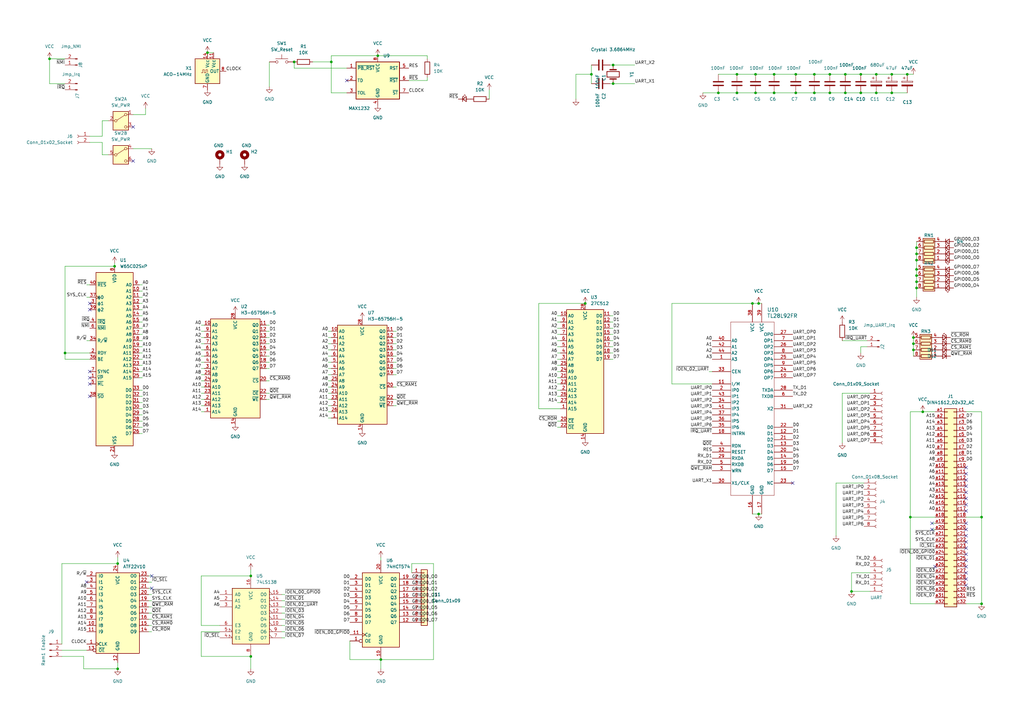
<source format=kicad_sch>
(kicad_sch (version 20230121) (generator eeschema)
  (paper "A3")
  (junction (at 375.92 104.14))
  (junction (at 373.38 212.09))
  (junction (at 102.87 269.24))
  (junction (at 326.39 38.1))
  (junction (at 85.09 21.59))
  (junction (at 309.88 30.48))
  (junction (at 48.26 274.32))
  (junction (at 334.01 30.48))
  (junction (at 375.92 110.49))
  (junction (at 340.36 38.1))
  (junction (at 135.89 25.4))
  (junction (at 326.39 30.48))
  (junction (at 302.26 38.1))
  (junction (at 346.71 38.1))
  (junction (at 120.65 25.4))
  (junction (at 374.65 143.51))
  (junction (at 317.5 30.48))
  (junction (at 353.06 30.48))
  (junction (at 365.76 30.48))
  (junction (at 251.46 34.29))
  (junction (at 365.76 38.1))
  (junction (at 156.21 270.51))
  (junction (at 402.59 212.09))
  (junction (at 378.46 168.91))
  (junction (at 375.92 106.68))
  (junction (at 359.41 38.1))
  (junction (at 340.36 30.48))
  (junction (at 311.15 124.46))
  (junction (at 309.88 38.1))
  (junction (at 302.26 30.48))
  (junction (at 374.65 138.43))
  (junction (at 334.01 38.1))
  (junction (at 240.03 124.46))
  (junction (at 154.94 22.86))
  (junction (at 375.92 115.57))
  (junction (at 311.15 210.82))
  (junction (at 402.59 247.65))
  (junction (at 317.5 38.1))
  (junction (at 375.92 101.6))
  (junction (at 294.64 38.1))
  (junction (at 20.32 24.13))
  (junction (at 374.65 140.97))
  (junction (at 46.99 109.22))
  (junction (at 346.71 30.48))
  (junction (at 48.26 231.14))
  (junction (at 242.57 30.48))
  (junction (at 102.87 236.22))
  (junction (at 359.41 30.48))
  (junction (at 353.06 38.1))
  (junction (at 375.92 113.03))
  (junction (at 26.67 144.78))
  (junction (at 372.11 30.48))
  (junction (at 251.46 26.67))
  (junction (at 349.25 242.57))
  (junction (at 375.92 118.11))
  (junction (at 308.61 124.46))
  (no_connect (at 396.24 217.17))
  (no_connect (at 396.24 222.25))
  (no_connect (at 396.24 201.93))
  (no_connect (at 62.23 236.22))
  (no_connect (at 325.12 198.12))
  (no_connect (at 382.27 217.17))
  (no_connect (at 36.83 152.4))
  (no_connect (at 396.24 194.31))
  (no_connect (at 396.24 234.95))
  (no_connect (at 396.24 229.87))
  (no_connect (at 382.27 214.63))
  (no_connect (at 396.24 199.39))
  (no_connect (at 36.83 124.46))
  (no_connect (at 36.83 154.94))
  (no_connect (at 383.54 232.41))
  (no_connect (at 36.83 162.56))
  (no_connect (at 396.24 219.71))
  (no_connect (at 396.24 196.85))
  (no_connect (at 396.24 209.55))
  (no_connect (at 54.61 66.04))
  (no_connect (at 396.24 232.41))
  (no_connect (at 396.24 214.63))
  (no_connect (at 54.61 52.07))
  (no_connect (at 396.24 240.03))
  (no_connect (at 396.24 191.77))
  (no_connect (at 36.83 157.48))
  (no_connect (at 396.24 207.01))
  (no_connect (at 36.83 127))
  (no_connect (at 396.24 224.79))
  (no_connect (at 396.24 237.49))
  (no_connect (at 396.24 204.47))
  (no_connect (at 35.56 238.76))
  (no_connect (at 62.23 241.3))
  (no_connect (at 396.24 227.33))
  (no_connect (at 142.24 33.02))
  (wire (pts (xy 135.89 22.86) (xy 154.94 22.86)))
  (wire (pts (xy 317.5 38.1) (xy 326.39 38.1)))
  (wire (pts (xy 110.49 135.89) (xy 109.22 135.89)))
  (wire (pts (xy 26.67 34.29) (xy 20.32 34.29)))
  (wire (pts (xy 342.9 219.71) (xy 342.9 198.12)))
  (wire (pts (xy 334.01 38.1) (xy 340.36 38.1)))
  (wire (pts (xy 58.42 162.56) (xy 57.15 162.56)))
  (wire (pts (xy 260.35 34.29) (xy 251.46 34.29)))
  (wire (pts (xy 46.99 107.95) (xy 46.99 109.22)))
  (wire (pts (xy 275.59 157.48) (xy 275.59 124.46)))
  (wire (pts (xy 58.42 147.32) (xy 57.15 147.32)))
  (wire (pts (xy 82.55 163.83) (xy 83.82 163.83)))
  (wire (pts (xy 292.1 152.4) (xy 290.83 152.4)))
  (wire (pts (xy 134.62 135.89) (xy 135.89 135.89)))
  (wire (pts (xy 309.88 30.48) (xy 317.5 30.48)))
  (wire (pts (xy 116.84 256.54) (xy 115.57 256.54)))
  (wire (pts (xy 334.01 30.48) (xy 340.36 30.48)))
  (wire (pts (xy 110.49 133.35) (xy 109.22 133.35)))
  (wire (pts (xy 58.42 152.4) (xy 57.15 152.4)))
  (wire (pts (xy 340.36 38.1) (xy 346.71 38.1)))
  (wire (pts (xy 167.64 33.02) (xy 175.26 33.02)))
  (wire (pts (xy 302.26 30.48) (xy 309.88 30.48)))
  (wire (pts (xy 110.49 163.83) (xy 109.22 163.83)))
  (wire (pts (xy 228.6 152.4) (xy 229.87 152.4)))
  (wire (pts (xy 143.51 270.51) (xy 156.21 270.51)))
  (wire (pts (xy 82.55 146.05) (xy 83.82 146.05)))
  (wire (pts (xy 175.26 24.13) (xy 175.26 22.86)))
  (wire (pts (xy 154.94 22.86) (xy 175.26 22.86)))
  (wire (pts (xy 177.8 231.14) (xy 177.8 270.51)))
  (wire (pts (xy 58.42 160.02) (xy 57.15 160.02)))
  (wire (pts (xy 375.92 110.49) (xy 375.92 113.03)))
  (wire (pts (xy 58.42 144.78) (xy 57.15 144.78)))
  (wire (pts (xy 168.91 231.14) (xy 177.8 231.14)))
  (wire (pts (xy 156.21 228.6) (xy 156.21 229.87)))
  (wire (pts (xy 228.6 160.02) (xy 229.87 160.02)))
  (wire (pts (xy 311.15 210.82) (xy 312.42 210.82)))
  (wire (pts (xy 82.55 259.08) (xy 82.55 269.24)))
  (wire (pts (xy 35.56 139.7) (xy 36.83 139.7)))
  (wire (pts (xy 135.89 22.86) (xy 135.89 25.4)))
  (wire (pts (xy 134.62 171.45) (xy 135.89 171.45)))
  (wire (pts (xy 359.41 38.1) (xy 365.76 38.1)))
  (wire (pts (xy 120.65 25.4) (xy 120.65 27.94)))
  (wire (pts (xy 82.55 236.22) (xy 102.87 236.22)))
  (wire (pts (xy 82.55 143.51) (xy 83.82 143.51)))
  (wire (pts (xy 116.84 246.38) (xy 115.57 246.38)))
  (wire (pts (xy 116.84 243.84) (xy 115.57 243.84)))
  (wire (pts (xy 228.6 137.16) (xy 229.87 137.16)))
  (wire (pts (xy 228.6 134.62) (xy 229.87 134.62)))
  (wire (pts (xy 373.38 212.09) (xy 373.38 247.65)))
  (wire (pts (xy 375.92 99.06) (xy 375.92 101.6)))
  (wire (pts (xy 251.46 142.24) (xy 250.19 142.24)))
  (wire (pts (xy 346.71 30.48) (xy 353.06 30.48)))
  (wire (pts (xy 162.56 158.75) (xy 161.29 158.75)))
  (wire (pts (xy 110.49 25.4) (xy 110.49 35.56)))
  (wire (pts (xy 134.62 166.37) (xy 135.89 166.37)))
  (wire (pts (xy 110.49 148.59) (xy 109.22 148.59)))
  (wire (pts (xy 58.42 142.24) (xy 57.15 142.24)))
  (wire (pts (xy 353.06 144.78) (xy 353.06 142.24)))
  (wire (pts (xy 110.49 161.29) (xy 109.22 161.29)))
  (wire (pts (xy 62.23 236.22) (xy 60.96 236.22)))
  (wire (pts (xy 220.98 124.46) (xy 240.03 124.46)))
  (wire (pts (xy 82.55 148.59) (xy 83.82 148.59)))
  (wire (pts (xy 48.26 271.78) (xy 48.26 274.32)))
  (wire (pts (xy 82.55 133.35) (xy 83.82 133.35)))
  (wire (pts (xy 82.55 153.67) (xy 83.82 153.67)))
  (wire (pts (xy 177.8 270.51) (xy 156.21 270.51)))
  (wire (pts (xy 402.59 247.65) (xy 396.24 247.65)))
  (wire (pts (xy 110.49 156.21) (xy 109.22 156.21)))
  (wire (pts (xy 162.56 148.59) (xy 161.29 148.59)))
  (wire (pts (xy 251.46 134.62) (xy 250.19 134.62)))
  (wire (pts (xy 228.6 162.56) (xy 229.87 162.56)))
  (wire (pts (xy 228.6 157.48) (xy 229.87 157.48)))
  (wire (pts (xy 294.64 30.48) (xy 302.26 30.48)))
  (wire (pts (xy 25.4 264.16) (xy 25.4 231.14)))
  (wire (pts (xy 26.67 109.22) (xy 46.99 109.22)))
  (wire (pts (xy 162.56 143.51) (xy 161.29 143.51)))
  (wire (pts (xy 378.46 168.91) (xy 383.54 168.91)))
  (wire (pts (xy 110.49 138.43) (xy 109.22 138.43)))
  (wire (pts (xy 373.38 168.91) (xy 378.46 168.91)))
  (wire (pts (xy 62.23 251.46) (xy 60.96 251.46)))
  (wire (pts (xy 308.61 124.46) (xy 311.15 124.46)))
  (wire (pts (xy 128.27 25.4) (xy 135.89 25.4)))
  (wire (pts (xy 162.56 146.05) (xy 161.29 146.05)))
  (wire (pts (xy 345.44 139.7) (xy 355.6 139.7)))
  (wire (pts (xy 228.6 139.7) (xy 229.87 139.7)))
  (wire (pts (xy 110.49 140.97) (xy 109.22 140.97)))
  (wire (pts (xy 220.98 167.64) (xy 220.98 124.46)))
  (wire (pts (xy 58.42 127) (xy 57.15 127)))
  (wire (pts (xy 134.62 138.43) (xy 135.89 138.43)))
  (wire (pts (xy 375.92 104.14) (xy 375.92 106.68)))
  (wire (pts (xy 62.23 254) (xy 60.96 254)))
  (wire (pts (xy 90.17 259.08) (xy 82.55 259.08)))
  (wire (pts (xy 25.4 266.7) (xy 35.56 266.7)))
  (wire (pts (xy 82.55 138.43) (xy 83.82 138.43)))
  (wire (pts (xy 58.42 177.8) (xy 57.15 177.8)))
  (wire (pts (xy 26.67 144.78) (xy 26.67 147.32)))
  (wire (pts (xy 82.55 158.75) (xy 83.82 158.75)))
  (wire (pts (xy 228.6 144.78) (xy 229.87 144.78)))
  (wire (pts (xy 228.6 129.54) (xy 229.87 129.54)))
  (wire (pts (xy 375.92 118.11) (xy 375.92 121.92)))
  (wire (pts (xy 58.42 116.84) (xy 57.15 116.84)))
  (wire (pts (xy 116.84 261.62) (xy 115.57 261.62)))
  (wire (pts (xy 228.6 165.1) (xy 229.87 165.1)))
  (wire (pts (xy 110.49 151.13) (xy 109.22 151.13)))
  (wire (pts (xy 134.62 146.05) (xy 135.89 146.05)))
  (wire (pts (xy 85.09 21.59) (xy 87.63 21.59)))
  (wire (pts (xy 228.6 172.72) (xy 229.87 172.72)))
  (wire (pts (xy 134.62 156.21) (xy 135.89 156.21)))
  (wire (pts (xy 58.42 119.38) (xy 57.15 119.38)))
  (wire (pts (xy 41.91 49.53) (xy 44.45 49.53)))
  (wire (pts (xy 353.06 142.24) (xy 355.6 142.24)))
  (wire (pts (xy 359.41 30.48) (xy 365.76 30.48)))
  (wire (pts (xy 383.54 247.65) (xy 373.38 247.65)))
  (wire (pts (xy 58.42 175.26) (xy 57.15 175.26)))
  (wire (pts (xy 58.42 132.08) (xy 57.15 132.08)))
  (wire (pts (xy 251.46 137.16) (xy 250.19 137.16)))
  (wire (pts (xy 34.29 274.32) (xy 48.26 274.32)))
  (wire (pts (xy 134.62 148.59) (xy 135.89 148.59)))
  (wire (pts (xy 26.67 144.78) (xy 36.83 144.78)))
  (wire (pts (xy 110.49 143.51) (xy 109.22 143.51)))
  (wire (pts (xy 82.55 140.97) (xy 83.82 140.97)))
  (wire (pts (xy 302.26 38.1) (xy 309.88 38.1)))
  (wire (pts (xy 156.21 270.51) (xy 156.21 274.32)))
  (wire (pts (xy 90.17 256.54) (xy 82.55 256.54)))
  (wire (pts (xy 134.62 151.13) (xy 135.89 151.13)))
  (wire (pts (xy 251.46 34.29) (xy 250.19 34.29)))
  (wire (pts (xy 41.91 58.42) (xy 41.91 63.5)))
  (wire (pts (xy 260.35 26.67) (xy 251.46 26.67)))
  (wire (pts (xy 26.67 24.13) (xy 20.32 24.13)))
  (wire (pts (xy 36.83 55.88) (xy 41.91 55.88)))
  (wire (pts (xy 162.56 166.37) (xy 161.29 166.37)))
  (wire (pts (xy 346.71 38.1) (xy 353.06 38.1)))
  (wire (pts (xy 58.42 129.54) (xy 57.15 129.54)))
  (wire (pts (xy 375.92 115.57) (xy 375.92 118.11)))
  (wire (pts (xy 134.62 153.67) (xy 135.89 153.67)))
  (wire (pts (xy 62.23 243.84) (xy 60.96 243.84)))
  (wire (pts (xy 134.62 158.75) (xy 135.89 158.75)))
  (wire (pts (xy 236.22 30.48) (xy 242.57 30.48)))
  (wire (pts (xy 228.6 149.86) (xy 229.87 149.86)))
  (wire (pts (xy 228.6 154.94) (xy 229.87 154.94)))
  (wire (pts (xy 326.39 30.48) (xy 334.01 30.48)))
  (wire (pts (xy 345.44 181.61) (xy 345.44 161.29)))
  (wire (pts (xy 58.42 137.16) (xy 57.15 137.16)))
  (wire (pts (xy 58.42 139.7) (xy 57.15 139.7)))
  (wire (pts (xy 228.6 175.26) (xy 229.87 175.26)))
  (wire (pts (xy 375.92 106.68) (xy 375.92 110.49)))
  (wire (pts (xy 168.91 231.14) (xy 168.91 234.95)))
  (wire (pts (xy 116.84 248.92) (xy 115.57 248.92)))
  (wire (pts (xy 365.76 30.48) (xy 372.11 30.48)))
  (wire (pts (xy 345.44 161.29) (xy 356.87 161.29)))
  (wire (pts (xy 58.42 167.64) (xy 57.15 167.64)))
  (wire (pts (xy 228.6 147.32) (xy 229.87 147.32)))
  (wire (pts (xy 41.91 63.5) (xy 44.45 63.5)))
  (wire (pts (xy 251.46 147.32) (xy 250.19 147.32)))
  (wire (pts (xy 251.46 139.7) (xy 250.19 139.7)))
  (wire (pts (xy 228.6 132.08) (xy 229.87 132.08)))
  (wire (pts (xy 58.42 170.18) (xy 57.15 170.18)))
  (wire (pts (xy 82.55 156.21) (xy 83.82 156.21)))
  (wire (pts (xy 309.88 38.1) (xy 317.5 38.1)))
  (wire (pts (xy 116.84 251.46) (xy 115.57 251.46)))
  (wire (pts (xy 275.59 124.46) (xy 308.61 124.46)))
  (wire (pts (xy 242.57 30.48) (xy 242.57 34.29)))
  (wire (pts (xy 25.4 231.14) (xy 48.26 231.14)))
  (wire (pts (xy 102.87 269.24) (xy 102.87 274.32)))
  (wire (pts (xy 134.62 163.83) (xy 135.89 163.83)))
  (wire (pts (xy 34.29 269.24) (xy 34.29 274.32)))
  (wire (pts (xy 35.56 116.84) (xy 36.83 116.84)))
  (wire (pts (xy 251.46 129.54) (xy 250.19 129.54)))
  (wire (pts (xy 134.62 140.97) (xy 135.89 140.97)))
  (wire (pts (xy 365.76 38.1) (xy 372.11 38.1)))
  (wire (pts (xy 82.55 166.37) (xy 83.82 166.37)))
  (wire (pts (xy 162.56 140.97) (xy 161.29 140.97)))
  (wire (pts (xy 82.55 151.13) (xy 83.82 151.13)))
  (wire (pts (xy 62.23 259.08) (xy 60.96 259.08)))
  (wire (pts (xy 26.67 109.22) (xy 26.67 144.78)))
  (wire (pts (xy 349.25 242.57) (xy 356.87 242.57)))
  (wire (pts (xy 58.42 165.1) (xy 57.15 165.1)))
  (wire (pts (xy 317.5 30.48) (xy 326.39 30.48)))
  (wire (pts (xy 20.32 34.29) (xy 20.32 24.13)))
  (wire (pts (xy 294.64 38.1) (xy 302.26 38.1)))
  (wire (pts (xy 62.23 256.54) (xy 60.96 256.54)))
  (wire (pts (xy 82.55 135.89) (xy 83.82 135.89)))
  (wire (pts (xy 349.25 234.95) (xy 349.25 242.57)))
  (wire (pts (xy 353.06 38.1) (xy 359.41 38.1)))
  (wire (pts (xy 372.11 30.48) (xy 374.65 30.48)))
  (wire (pts (xy 59.69 46.99) (xy 54.61 46.99)))
  (wire (pts (xy 62.23 246.38) (xy 60.96 246.38)))
  (wire (pts (xy 242.57 26.67) (xy 242.57 30.48)))
  (wire (pts (xy 58.42 124.46) (xy 57.15 124.46)))
  (wire (pts (xy 402.59 168.91) (xy 402.59 212.09)))
  (wire (pts (xy 82.55 269.24) (xy 102.87 269.24)))
  (wire (pts (xy 82.55 256.54) (xy 82.55 236.22)))
  (wire (pts (xy 200.66 36.83) (xy 200.66 40.64)))
  (wire (pts (xy 292.1 157.48) (xy 275.59 157.48)))
  (wire (pts (xy 36.83 147.32) (xy 26.67 147.32)))
  (wire (pts (xy 62.23 241.3) (xy 60.96 241.3)))
  (wire (pts (xy 116.84 259.08) (xy 115.57 259.08)))
  (wire (pts (xy 58.42 149.86) (xy 57.15 149.86)))
  (wire (pts (xy 342.9 198.12) (xy 354.33 198.12)))
  (wire (pts (xy 142.24 38.1) (xy 135.89 38.1)))
  (wire (pts (xy 25.4 269.24) (xy 34.29 269.24)))
  (wire (pts (xy 41.91 55.88) (xy 41.91 49.53)))
  (wire (pts (xy 311.15 124.46) (xy 312.42 124.46)))
  (wire (pts (xy 308.61 210.82) (xy 311.15 210.82)))
  (wire (pts (xy 374.65 138.43) (xy 374.65 140.97)))
  (wire (pts (xy 35.56 121.92) (xy 36.83 121.92)))
  (wire (pts (xy 382.27 217.17) (xy 383.54 217.17)))
  (wire (pts (xy 162.56 151.13) (xy 161.29 151.13)))
  (wire (pts (xy 375.92 113.03) (xy 375.92 115.57)))
  (wire (pts (xy 353.06 30.48) (xy 359.41 30.48)))
  (wire (pts (xy 62.23 248.92) (xy 60.96 248.92)))
  (wire (pts (xy 374.65 143.51) (xy 374.65 146.05)))
  (wire (pts (xy 135.89 38.1) (xy 135.89 25.4)))
  (wire (pts (xy 374.65 140.97) (xy 374.65 143.51)))
  (wire (pts (xy 102.87 233.68) (xy 102.87 236.22)))
  (wire (pts (xy 59.69 46.99) (xy 59.69 44.45)))
  (wire (pts (xy 58.42 134.62) (xy 57.15 134.62)))
  (wire (pts (xy 162.56 153.67) (xy 161.29 153.67)))
  (wire (pts (xy 120.65 27.94) (xy 142.24 27.94)))
  (wire (pts (xy 62.23 238.76) (xy 60.96 238.76)))
  (wire (pts (xy 326.39 38.1) (xy 334.01 38.1)))
  (wire (pts (xy 110.49 146.05) (xy 109.22 146.05)))
  (wire (pts (xy 402.59 212.09) (xy 402.59 247.65)))
  (wire (pts (xy 48.26 228.6) (xy 48.26 231.14)))
  (wire (pts (xy 82.55 161.29) (xy 83.82 161.29)))
  (wire (pts (xy 396.24 168.91) (xy 402.59 168.91)))
  (wire (pts (xy 236.22 30.48) (xy 236.22 40.64)))
  (wire (pts (xy 396.24 212.09) (xy 402.59 212.09)))
  (wire (pts (xy 356.87 234.95) (xy 349.25 234.95)))
  (wire (pts (xy 251.46 132.08) (xy 250.19 132.08)))
  (wire (pts (xy 288.29 38.1) (xy 294.64 38.1)))
  (wire (pts (xy 175.26 33.02) (xy 175.26 31.75)))
  (wire (pts (xy 58.42 154.94) (xy 57.15 154.94)))
  (wire (pts (xy 373.38 168.91) (xy 373.38 212.09)))
  (wire (pts (xy 116.84 254) (xy 115.57 254)))
  (wire (pts (xy 82.55 168.91) (xy 83.82 168.91)))
  (wire (pts (xy 58.42 121.92) (xy 57.15 121.92)))
  (wire (pts (xy 251.46 26.67) (xy 250.19 26.67)))
  (wire (pts (xy 58.42 172.72) (xy 57.15 172.72)))
  (wire (pts (xy 373.38 212.09) (xy 383.54 212.09)))
  (wire (pts (xy 134.62 143.51) (xy 135.89 143.51)))
  (wire (pts (xy 36.83 58.42) (xy 41.91 58.42)))
  (wire (pts (xy 134.62 168.91) (xy 135.89 168.91)))
  (wire (pts (xy 340.36 30.48) (xy 346.71 30.48)))
  (wire (pts (xy 143.51 262.89) (xy 143.51 270.51)))
  (wire (pts (xy 220.98 167.64) (xy 229.87 167.64)))
  (wire (pts (xy 134.62 161.29) (xy 135.89 161.29)))
  (wire (pts (xy 382.27 214.63) (xy 383.54 214.63)))
  (wire (pts (xy 228.6 142.24) (xy 229.87 142.24)))
  (wire (pts (xy 375.92 101.6) (xy 375.92 104.14)))
  (wire (pts (xy 162.56 135.89) (xy 161.29 135.89)))
  (wire (pts (xy 251.46 144.78) (xy 250.19 144.78)))
  (wire (pts (xy 162.56 138.43) (xy 161.29 138.43)))
  (wire (pts (xy 54.61 60.96) (xy 62.23 60.96)))
  (wire (pts (xy 162.56 163.83) (xy 161.29 163.83)))
  (label "D2" (at 162.56 140.97 0))
  (label "D5" (at 162.56 148.59 0))
  (label "D0" (at 162.56 135.89 0))
  (label "UART_IP5" (at 292.1 172.72 180))
  (label "UART_IP3" (at 354.33 208.28 180))
  (label "D0" (at 325.12 175.26 0))
  (label "D4" (at 162.56 146.05 0))
  (label "SYS_CLK" (at 383.54 222.25 180))
  (label "~{IRQ}" (at 36.83 132.08 180))
  (label "RES" (at 167.64 27.94 0))
  (label "A7" (at 58.42 134.62 0))
  (label "D1" (at 110.49 135.89 0))
  (label "A9" (at 35.56 243.84 180))
  (label "A9" (at 383.54 186.69 180))
  (label "A10" (at 58.42 142.24 0))
  (label "GPIO00_O6" (at 391.16 113.03 0))
  (label "D2" (at 325.12 180.34 0))
  (label "GPIO00_O5" (at 391.16 115.57 0))
  (label "D5" (at 110.49 146.05 0))
  (label "D0" (at 396.24 189.23 0))
  (label "UART_OP5" (at 325.12 149.86 0))
  (label "A14" (at 35.56 256.54 180))
  (label "TX_D2" (at 356.87 229.87 180))
  (label "A10" (at 35.56 246.38 180))
  (label "~{RES}" (at 396.24 245.11 0))
  (label "UART_IP4" (at 292.1 170.18 180))
  (label "RX_D2" (at 356.87 232.41 180))
  (label "~{QOE}" (at 162.56 163.83 0))
  (label "A10" (at 383.54 184.15 180))
  (label "A12" (at 228.6 160.02 180))
  (label "A13" (at 383.54 176.53 180))
  (label "~{IOEN_03}" (at 383.54 234.95 180))
  (label "~{QWE_RAM}" (at 62.23 248.92 0))
  (label "A13" (at 228.6 162.56 180))
  (label "GPIO00_O7" (at 168.91 255.27 0))
  (label "A9" (at 82.55 156.21 180))
  (label "A5" (at 383.54 196.85 180))
  (label "D1" (at 58.42 162.56 0))
  (label "A14" (at 134.62 171.45 180))
  (label "UART_IP0" (at 292.1 160.02 180))
  (label "A6" (at 82.55 148.59 180))
  (label "UART_IP1" (at 292.1 162.56 180))
  (label "A3" (at 228.6 137.16 180))
  (label "GPIO00_O1" (at 391.16 104.14 0))
  (label "A10" (at 82.55 158.75 180))
  (label "D4" (at 58.42 170.18 0))
  (label "UART_IP2" (at 292.1 165.1 180))
  (label "A5" (at 90.17 246.38 180))
  (label "UART_X2" (at 325.12 167.64 0))
  (label "~{CS_ROM}" (at 389.89 138.43 0))
  (label "~{CS_ROM}" (at 62.23 259.08 0))
  (label "UART_IP2" (at 354.33 205.74 180))
  (label "D6" (at 396.24 173.99 0))
  (label "D3" (at 58.42 167.64 0))
  (label "GPIO00_O5" (at 168.91 250.19 0))
  (label "~{CS_RAM1}" (at 389.89 143.51 0))
  (label "D4" (at 251.46 139.7 0))
  (label "GPIO00_O1" (at 168.91 240.03 0))
  (label "UART_X2" (at 260.35 26.67 0))
  (label "UART_OP4" (at 325.12 147.32 0))
  (label "A0" (at 134.62 135.89 180))
  (label "RES" (at 396.24 242.57 0))
  (label "A0" (at 82.55 133.35 180))
  (label "A9" (at 228.6 152.4 180))
  (label "UART_OP6" (at 356.87 179.07 180))
  (label "A13" (at 134.62 168.91 180))
  (label "~{QOE}" (at 62.23 251.46 0))
  (label "UART_IP1" (at 354.33 203.2 180))
  (label "A1" (at 292.1 142.24 180))
  (label "A10" (at 228.6 154.94 180))
  (label "~{IOEN_01}" (at 383.54 229.87 180))
  (label "UART_OP0" (at 356.87 163.83 180))
  (label "D4" (at 325.12 185.42 0))
  (label "A1" (at 58.42 119.38 0))
  (label "R{slash}~{W}" (at 35.56 236.22 180))
  (label "D0" (at 251.46 129.54 0))
  (label "~{IRQ_UART}" (at 355.6 139.7 180))
  (label "RX_D2" (at 292.1 190.5 180))
  (label "D5" (at 396.24 176.53 0))
  (label "A2" (at 228.6 134.62 180))
  (label "~{IOEN_05}" (at 383.54 240.03 180))
  (label "A2" (at 383.54 204.47 180))
  (label "A11" (at 35.56 248.92 180))
  (label "UART_IP6" (at 354.33 215.9 180))
  (label "CLOCK" (at 92.71 29.21 0))
  (label "UART_OP1" (at 356.87 166.37 180))
  (label "A1" (at 228.6 132.08 180))
  (label "UART_IP4" (at 354.33 210.82 180))
  (label "~{CS_RAM0}" (at 62.23 256.54 0))
  (label "A11" (at 134.62 163.83 180))
  (label "D7" (at 110.49 151.13 0))
  (label "~{IOEN_07}" (at 383.54 245.11 180))
  (label "~{QWE_RAM}" (at 110.49 163.83 0))
  (label "~{IOEN_03}" (at 116.84 251.46 0))
  (label "UART_OP7" (at 325.12 154.94 0))
  (label "A3" (at 134.62 143.51 180))
  (label "A7" (at 134.62 153.67 180))
  (label "~{IOEN_01}" (at 116.84 246.38 0))
  (label "~{RES}" (at 35.56 116.84 180))
  (label "UART_IP0" (at 354.33 200.66 180))
  (label "A2" (at 292.1 144.78 180))
  (label "A14" (at 228.6 165.1 180))
  (label "UART_OP4" (at 356.87 173.99 180))
  (label "D6" (at 325.12 190.5 0))
  (label "UART_OP1" (at 325.12 139.7 0))
  (label "~{IOEN_04}" (at 116.84 254 0))
  (label "UART_X1" (at 260.35 34.29 0))
  (label "SYS_CLK" (at 62.23 246.38 0))
  (label "RX_D1" (at 292.1 187.96 180))
  (label "TX_D1" (at 356.87 237.49 180))
  (label "TX_D2" (at 325.12 162.56 0))
  (label "D6" (at 110.49 148.59 0))
  (label "D3" (at 251.46 137.16 0))
  (label "D1" (at 251.46 132.08 0))
  (label "~{CS_RAM0}" (at 110.49 156.21 0))
  (label "A9" (at 58.42 139.7 0))
  (label "A8" (at 58.42 137.16 0))
  (label "~{IOEN_00_GPIO0}" (at 143.51 260.35 180))
  (label "D7" (at 396.24 171.45 0))
  (label "A0" (at 292.1 139.7 180))
  (label "UART_IP6" (at 292.1 175.26 180))
  (label "D7" (at 251.46 147.32 0))
  (label "SYS_CLK" (at 35.56 121.92 180))
  (label "D5" (at 251.46 142.24 0))
  (label "UART_IP5" (at 354.33 213.36 180))
  (label "CLOCK" (at 35.56 264.16 180))
  (label "D3" (at 110.49 140.97 0))
  (label "D5" (at 58.42 172.72 0))
  (label "~{QWE_RAM}" (at 292.1 193.04 180))
  (label "A3" (at 58.42 124.46 0))
  (label "A2" (at 82.55 138.43 180))
  (label "A3" (at 292.1 147.32 180))
  (label "GPIO00_O3" (at 391.16 99.06 0))
  (label "~{SYS_CLK}" (at 62.23 243.84 0))
  (label "D7" (at 143.51 255.27 180))
  (label "A11" (at 82.55 161.29 180))
  (label "~{QOE}" (at 110.49 161.29 0))
  (label "A1" (at 383.54 207.01 180))
  (label "A9" (at 134.62 158.75 180))
  (label "A8" (at 35.56 241.3 180))
  (label "~{IOEN_06}" (at 383.54 242.57 180))
  (label "A14" (at 82.55 168.91 180))
  (label "~{IOEN_02_UART}" (at 116.84 248.92 0))
  (label "~{IOEN_06}" (at 116.84 259.08 0))
  (label "A3" (at 383.54 201.93 180))
  (label "A1" (at 134.62 138.43 180))
  (label "GPIO00_O0" (at 168.91 237.49 0))
  (label "A11" (at 383.54 181.61 180))
  (label "A6" (at 58.42 132.08 0))
  (label "UART_OP2" (at 356.87 168.91 180))
  (label "UART_OP3" (at 356.87 171.45 180))
  (label "A5" (at 82.55 146.05 180))
  (label "GPIO00_O4" (at 168.91 247.65 0))
  (label "D6" (at 143.51 252.73 180))
  (label "A0" (at 383.54 209.55 180))
  (label "A6" (at 134.62 151.13 180))
  (label "RES" (at 292.1 185.42 180))
  (label "A4" (at 82.55 143.51 180))
  (label "~{IOEN_00_GPIO0}" (at 383.54 227.33 180))
  (label "A6" (at 90.17 248.92 180))
  (label "A13" (at 58.42 149.86 0))
  (label "~{IOEN_00_GPIO0}" (at 116.84 243.84 0))
  (label "D0" (at 58.42 160.02 0))
  (label "A13" (at 82.55 166.37 180))
  (label "A0" (at 58.42 116.84 0))
  (label "UART_OP3" (at 325.12 144.78 0))
  (label "A15" (at 58.42 154.94 0))
  (label "A4" (at 90.17 243.84 180))
  (label "~{QWE_RAM}" (at 389.89 146.05 0))
  (label "GPIO00_O7" (at 391.16 110.49 0))
  (label "A6" (at 228.6 144.78 180))
  (label "D4" (at 110.49 143.51 0))
  (label "A4" (at 58.42 127 0))
  (label "A6" (at 383.54 194.31 180))
  (label "A15" (at 35.56 259.08 180))
  (label "GPIO00_O4" (at 391.16 118.11 0))
  (label "D2" (at 396.24 184.15 0))
  (label "A5" (at 134.62 148.59 180))
  (label "D4" (at 396.24 179.07 0))
  (label "A12" (at 35.56 251.46 180))
  (label "~{IOEN_05}" (at 116.84 256.54 0))
  (label "~{IRQ}" (at 26.67 36.83 180))
  (label "GPIO00_O3" (at 168.91 245.11 0))
  (label "A2" (at 134.62 140.97 180))
  (label "A10" (at 134.62 161.29 180))
  (label "GPIO00_O6" (at 168.91 252.73 0))
  (label "~{NMI}" (at 36.83 134.62 180))
  (label "D1" (at 143.51 240.03 180))
  (label "UART_OP6" (at 325.12 152.4 0))
  (label "A13" (at 35.56 254 180))
  (label "A12" (at 383.54 179.07 180))
  (label "GPIO00_O2" (at 168.91 242.57 0))
  (label "GPIO00_O2" (at 391.16 101.6 0))
  (label "A4" (at 134.62 146.05 180))
  (label "~{CS_RAM1}" (at 62.23 254 0))
  (label "A4" (at 228.6 139.7 180))
  (label "D3" (at 325.12 182.88 0))
  (label "D1" (at 396.24 186.69 0))
  (label "CLOCK" (at 167.64 38.1 0))
  (label "A3" (at 82.55 140.97 180))
  (label "A1" (at 82.55 135.89 180))
  (label "~{RES}" (at 187.96 40.64 180))
  (label "UART_X1" (at 292.1 198.12 180))
  (label "UART_OP7" (at 356.87 181.61 180))
  (label "D3" (at 162.56 143.51 0))
  (label "A11" (at 58.42 144.78 0))
  (label "~{QWE_RAM}" (at 162.56 166.37 0))
  (label "D3" (at 396.24 181.61 0))
  (label "A12" (at 82.55 163.83 180))
  (label "A12" (at 134.62 166.37 180))
  (label "D2" (at 251.46 134.62 0))
  (label "UART_OP2" (at 325.12 142.24 0))
  (label "D1" (at 162.56 138.43 0))
  (label "A11" (at 228.6 157.48 180))
  (label "A7" (at 383.54 191.77 180))
  (label "A5" (at 58.42 129.54 0))
  (label "D2" (at 110.49 138.43 0))
  (label "~{CS_RAM0}" (at 389.89 140.97 0))
  (label "~{IOEN_02_UART}" (at 290.83 152.4 180))
  (label "A4" (at 383.54 199.39 180))
  (label "D6" (at 162.56 151.13 0))
  (label "D2" (at 58.42 165.1 0))
  (label "~{IOEN_07}" (at 116.84 261.62 0))
  (label "D0" (at 110.49 133.35 0))
  (label "D2" (at 143.51 242.57 180))
  (label "D7" (at 162.56 153.67 0))
  (label "~{IO_SEL}" (at 62.23 238.76 0))
  (label "GPIO00_O0" (at 391.16 106.68 0))
  (label "~{QOE}" (at 228.6 175.26 180))
  (label "D7" (at 58.42 177.8 0))
  (label "A7" (at 228.6 147.32 180))
  (label "~{IRQ_UART}" (at 292.1 177.8 180))
  (label "RX_D1" (at 356.87 240.03 180))
  (label "D1" (at 325.12 177.8 0))
  (label "D4" (at 143.51 247.65 180))
  (label "A2" (at 58.42 121.92 0))
  (label "A8" (at 82.55 153.67 180))
  (label "~{RES}" (at 167.64 33.02 0))
  (label "D5" (at 325.12 187.96 0))
  (label "A12" (at 58.42 147.32 0))
  (label "UART_IP3" (at 292.1 167.64 180))
  (label "~{CS_ROM}" (at 228.6 172.72 180))
  (label "A8" (at 134.62 156.21 180))
  (label "D5" (at 143.51 250.19 180))
  (label "TX_D1" (at 325.12 160.02 0))
  (label "~{NMI}" (at 26.67 26.67 180))
  (label "D6" (at 58.42 175.26 0))
  (label "A8" (at 383.54 189.23 180))
  (label "A5" (at 228.6 142.24 180))
  (label "A8" (at 228.6 149.86 180))
  (label "~{SYS_CLK}" (at 383.54 219.71 180))
  (label "D0" (at 143.51 237.49 180))
  (label "~{QOE}" (at 292.1 182.88 180))
  (label "UART_OP5" (at 356.87 176.53 180))
  (label "A0" (at 228.6 129.54 180))
  (label "D7" (at 325.12 193.04 0))
  (label "~{IO_SEL}" (at 90.17 261.62 180))
  (label "UART_OP0" (at 325.12 137.16 0))
  (label "A14" (at 383.54 173.99 180))
  (label "~{IO_SEL}" (at 383.54 224.79 180))
  (label "A14" (at 58.42 152.4 0))
  (label "~{CS_RAM1}" (at 162.56 158.75 0))
  (label "D3" (at 143.51 245.11 180))
  (label "D6" (at 251.46 144.78 0))
  (label "A7" (at 82.55 151.13 180))
  (label "~{IOEN_04}" (at 383.54 237.49 180))
  (label "A15" (at 383.54 171.45 180))
  (label "R{slash}~{W}" (at 35.56 139.7 180))
  (symbol (lib_id "Connector:Conn_01x02_Pin") (at 31.75 36.83 180) (unit 1)
    (property "Reference" "J7" (at 31.75 39.37 90))
    (property "Value" "Jmp_Irq" (at 29.21 30.48 0))
    (property "Footprint" "Connector_PinHeader_2.54mm:PinHeader_1x02_P2.54mm_Vertical" (effects hide))
  )
  (symbol (lib_id "Device:C") (at 340.36 34.29 0) (unit 1)
    (property "Reference" "C9" (at 339.725 40.64 0) (effects (justify left)))
    (property "Value" "100nF" (at 337.82 27.94 0) (effects (justify left)))
    (property "Footprint" "Capacitor_THT:C_Disc_D4.7mm_W2.5mm_P5.00mm" (effects hide))
  )
  (symbol (lib_id "Device:R") (at 196.85 40.64 90) (unit 1)
    (property "Reference" "R2" (at 196.85 34.29 90))
    (property "Value" "10K" (at 196.85 36.83 90))
    (property "Footprint" "Resistor_THT:R_Axial_DIN0207_L6.3mm_D2.5mm_P7.62mm_Horizontal" (effects hide))
  )
  (symbol (lib_id "power:GND") (at 349.25 242.57 0) (mirror y) (unit 1)
    (property "Reference" "#PWR029" (effects hide))
    (property "Value" "GND" (at 349.25 247.65 0))
  )
  (symbol (lib_id "65xx:W65C02SxP") (at 46.99 147.32 0) (unit 1)
    (property "Reference" "U1" (at 49.1841 106.68 0) (effects (justify left)))
    (property "Value" "W65C02SxP" (at 49.1841 109.22 0) (effects (justify left)))
    (property "Footprint" "Package_DIP:DIP-40_W15.24mm_Socket" (effects hide))
    (property "Datasheet" "http://www.westerndesigncenter.com/wdc/documentation/w65c02s.pdf" (effects hide))
  )
  (symbol (lib_id "Device:LED_Small") (at 388.62 110.49 0) (mirror x) (unit 1)
    (property "Reference" "D8" (effects hide))
    (property "Value" "LED_Small" (effects hide))
    (property "Footprint" "LED_SMD:LED_0805_2012Metric_Pad1.15x1.40mm_HandSolder" (effects hide))
  )
  (symbol (lib_id "power:VCC") (at 85.09 21.59 0) (unit 1)
    (property "Reference" "#PWR022" (effects hide))
    (property "Value" "VCC" (at 85.09 16.51 0))
  )
  (symbol (lib_id "power:GND") (at 96.52 173.99 0) (unit 1)
    (property "Reference" "#PWR08" (effects hide))
    (property "Value" "GND" (at 96.52 179.07 0))
  )
  (symbol (lib_id "Device:C") (at 346.71 34.29 0) (unit 1)
    (property "Reference" "C14" (at 346.075 40.64 0) (effects (justify left)))
    (property "Value" "100nF" (at 344.17 26.67 0) (effects (justify left)))
    (property "Footprint" "Capacitor_THT:C_Disc_D4.7mm_W2.5mm_P5.00mm" (effects hide))
  )
  (symbol (lib_id "Connector_Generic:Conn_01x09") (at 173.99 245.11 0) (unit 1)
    (property "Reference" "J11" (at 177.165 243.84 0) (effects (justify left)))
    (property "Value" "Conn_01x09" (at 177.165 246.38 0) (effects (justify left)))
    (property "Footprint" "Connector_PinSocket_2.54mm:PinSocket_1x09_P2.54mm_Vertical" (effects hide))
  )
  (symbol (lib_id "power:GND") (at 375.92 121.92 0) (unit 1)
    (property "Reference" "#PWR035" (effects hide))
    (property "Value" "GND" (at 375.92 127 0))
  )
  (symbol (lib_id "power:GND") (at 62.23 60.96 0) (unit 1)
    (property "Reference" "#PWR031" (effects hide))
    (property "Value" "GND" (at 62.23 66.04 0))
  )
  (symbol (lib_id "Device:C") (at 309.88 34.29 0) (unit 1)
    (property "Reference" "C5" (at 309.245 40.64 0) (effects (justify left)))
    (property "Value" "100nF" (at 307.34 27.94 0) (effects (justify left)))
    (property "Footprint" "Capacitor_THT:C_Disc_D4.7mm_W2.5mm_P5.00mm" (effects hide))
  )
  (symbol (lib_id "power:VCC") (at 374.65 138.43 0) (unit 1)
    (property "Reference" "#PWR036" (effects hide))
    (property "Value" "VCC" (at 374.65 133.35 0))
  )
  (symbol (lib_id "Device:R") (at 345.44 135.89 180) (unit 1)
    (property "Reference" "R3" (at 347.98 132.08 0) (effects (justify right)))
    (property "Value" "10K" (at 347.98 134.62 0) (effects (justify right)))
    (property "Footprint" "Resistor_THT:R_Axial_DIN0207_L6.3mm_D2.5mm_P7.62mm_Horizontal" (effects hide))
  )
  (symbol (lib_id "Memory_RAM:HM62256BLP") (at 148.59 153.67 0) (unit 1)
    (property "Reference" "U7" (at 150.7841 128.27 0) (effects (justify left)))
    (property "Value" "H3-65756H-5" (at 150.7841 130.81 0) (effects (justify left)))
    (property "Footprint" "Package_DIP:DIP-28_W7.62mm_Socket" (effects hide))
    (property "Datasheet" "https://web.mit.edu/6.115/www/document/62256.pdf" (effects hide))
  )
  (symbol (lib_id "Connector:Conn_01x08_Socket") (at 359.41 205.74 0) (unit 1)
    (property "Reference" "J4" (at 360.68 205.74 0) (effects (justify left)))
    (property "Value" "Conn_01x08_Socket" (at 349.25 195.58 0) (effects (justify left)))
    (property "Footprint" "Connector_PinSocket_2.54mm:PinSocket_1x08_P2.54mm_Vertical" (effects hide))
  )
  (symbol (lib_id "power:GND") (at 110.49 35.56 0) (unit 1)
    (property "Reference" "#PWR020" (effects hide))
    (property "Value" "GND" (at 110.49 40.64 0))
  )
  (symbol (lib_id "power:VCC") (at 20.32 24.13 0) (unit 1)
    (property "Reference" "#PWR030" (effects hide))
    (property "Value" "VCC" (at 20.32 19.05 0))
  )
  (symbol (lib_id "Device:LED_Small") (at 388.62 101.6 0) (mirror x) (unit 1)
    (property "Reference" "D3" (effects hide))
    (property "Value" "LED_Small" (effects hide))
    (property "Footprint" "LED_SMD:LED_0805_2012Metric_Pad1.15x1.40mm_HandSolder" (effects hide))
  )
  (symbol (lib_id "power:GND") (at 240.03 180.34 0) (unit 1)
    (property "Reference" "#PWR09" (effects hide))
    (property "Value" "GND" (at 240.03 185.42 0))
  )
  (symbol (lib_id "power:GND") (at 46.99 185.42 0) (unit 1)
    (property "Reference" "#PWR07" (effects hide))
    (property "Value" "GND" (at 46.99 190.5 0))
  )
  (symbol (lib_id "65xx:osci-14or8") (at 85.09 29.21 0) (unit 1)
    (property "Reference" "X1" (at 78.74 27.94 0) (effects (justify right)))
    (property "Value" "ACO-14MHz" (at 78.74 30.48 0) (effects (justify right)))
    (property "Footprint" "Package_DIP:DIP-14_W7.62mm" (effects hide))
    (property "Datasheet" "http://www.conwin.com/datasheets/cx/cx030.pdf" (effects hide))
  )
  (symbol (lib_id "power:VCC") (at 154.94 22.86 0) (unit 1)
    (property "Reference" "#PWR018" (effects hide))
    (property "Value" "VCC" (at 154.94 17.78 0))
  )
  (symbol (lib_id "Device:C") (at 334.01 34.29 0) (unit 1)
    (property "Reference" "C8" (at 332.105 40.64 0) (effects (justify left)))
    (property "Value" "100nF" (at 331.47 25.4 0) (effects (justify left)))
    (property "Footprint" "Capacitor_THT:C_Disc_D4.7mm_W2.5mm_P5.00mm" (effects hide))
  )
  (symbol (lib_id "power:VCC") (at 48.26 228.6 0) (unit 1)
    (property "Reference" "#PWR04" (effects hide))
    (property "Value" "VCC" (at 48.26 223.52 0))
  )
  (symbol (lib_id "Device:Crystal") (at 251.46 30.48 90) (unit 1)
    (property "Reference" "Y1" (at 259.08 30.48 0))
    (property "Value" "Crystal 3.6864MHz" (at 251.46 20.32 90))
    (property "Footprint" "Crystal:Crystal_HC49-4H_Vertical" (effects hide))
  )
  (symbol (lib_id "Connector:Conn_01x02_Pin") (at 31.75 26.67 180) (unit 1)
    (property "Reference" "J8" (at 33.02 26.67 90))
    (property "Value" "Jmp_NMI" (at 29.21 19.05 0))
    (property "Footprint" "Connector_PinHeader_2.54mm:PinHeader_1x02_P2.54mm_Vertical" (effects hide))
  )
  (symbol (lib_id "Memory_EPROM:27C512") (at 240.03 152.4 0) (unit 1)
    (property "Reference" "U3" (at 242.2241 121.92 0) (effects (justify left)))
    (property "Value" "27C512" (at 242.2241 124.46 0) (effects (justify left)))
    (property "Footprint" "Package_DIP:DIP-28_W15.24mm_Socket" (effects hide))
    (property "Datasheet" "http://ww1.microchip.com/downloads/en/DeviceDoc/doc0015.pdf" (effects hide))
  )
  (symbol (lib_id "Device:LED_Small") (at 388.62 99.06 0) (mirror x) (unit 1)
    (property "Reference" "D4" (at 393.7 99.06 0))
    (property "Value" "LED_Small" (effects hide))
    (property "Footprint" "LED_SMD:LED_0805_2012Metric_Pad1.15x1.40mm_HandSolder" (effects hide))
  )
  (symbol (lib_id "Connector:Conn_01x02_Pin") (at 360.68 142.24 180) (unit 1)
    (property "Reference" "J2" (at 361.95 142.24 90))
    (property "Value" "Jmp_UART_Irq" (at 360.68 133.35 0))
    (property "Footprint" "Connector_PinSocket_2.54mm:PinSocket_1x02_P2.54mm_Vertical" (effects hide))
  )
  (symbol (lib_id "Device:C") (at 294.64 34.29 0) (unit 1)
    (property "Reference" "C3" (at 292.735 40.64 0) (effects (justify left)))
    (property "Value" "100nF" (at 291.465 27.94 0) (effects (justify left)))
    (property "Footprint" "Capacitor_THT:C_Disc_D4.7mm_W2.5mm_P5.00mm" (effects hide))
  )
  (symbol (lib_id "Device:C") (at 353.06 34.29 0) (unit 1)
    (property "Reference" "C10" (at 354.965 40.64 0) (effects (justify right)))
    (property "Value" "100nF" (at 355.6 27.94 0) (effects (justify right)))
    (property "Footprint" "Capacitor_THT:C_Disc_D4.7mm_W2.5mm_P5.00mm" (effects hide))
  )
  (symbol (lib_id "Device:LED_Small") (at 387.35 138.43 0) (mirror y) (unit 1)
    (property "Reference" "D9" (effects hide))
    (property "Value" "LED_Small" (effects hide))
    (property "Footprint" "LED_SMD:LED_0805_2012Metric_Pad1.15x1.40mm_HandSolder" (effects hide))
  )
  (symbol (lib_id "power:VCC") (at 345.44 132.08 0) (unit 1)
    (property "Reference" "#PWR028" (effects hide))
    (property "Value" "VCC" (at 345.44 127 0))
  )
  (symbol (lib_id "74xx:74LS138") (at 102.87 251.46 0) (unit 1)
    (property "Reference" "U5" (at 105.0641 236.22 0) (effects (justify left)))
    (property "Value" "74LS138" (at 105.0641 238.76 0) (effects (justify left)))
    (property "Footprint" "Package_DIP:DIP-16_W7.62mm_Socket" (effects hide))
    (property "Datasheet" "http://www.ti.com/lit/gpn/sn74LS138" (effects hide))
  )
  (symbol (lib_id "Device:R_Pack04") (at 381 113.03 90) (unit 1)
    (property "Reference" "RN2" (at 381 107.95 90))
    (property "Value" "R_Pack04" (effects hide))
    (property "Footprint" "Resistor_SMD:R_Array_Convex_4x0612" (effects hide))
  )
  (symbol (lib_id "power:GND") (at 342.9 219.71 0) (unit 1)
    (property "Reference" "#PWR016" (effects hide))
    (property "Value" "GND" (at 342.9 224.79 0))
  )
  (symbol (lib_id "Device:LED_Small") (at 387.35 143.51 0) (mirror y) (unit 1)
    (property "Reference" "D11" (at 382.27 143.51 0))
    (property "Value" "LED_Small" (effects hide))
    (property "Footprint" "LED_SMD:LED_0805_2012Metric_Pad1.15x1.40mm_HandSolder" (effects hide))
  )
  (symbol (lib_id "power:GND") (at 156.21 274.32 0) (unit 1)
    (property "Reference" "#PWR03" (effects hide))
    (property "Value" "GND" (at 156.21 279.4 0))
  )
  (symbol (lib_id "Device:C") (at 302.26 34.29 0) (unit 1)
    (property "Reference" "C4" (at 300.355 40.64 0) (effects (justify left)))
    (property "Value" "100nF" (at 299.085 27.94 0) (effects (justify left)))
    (property "Footprint" "Capacitor_THT:C_Disc_D4.7mm_W2.5mm_P5.00mm" (effects hide))
  )
  (symbol (lib_id "Device:C_Polarized") (at 372.11 34.29 0) (unit 1)
    (property "Reference" "C13" (at 370.205 41.91 0) (effects (justify left)))
    (property "Value" "47uF" (at 369.57 27.94 0) (effects (justify left)))
    (property "Footprint" "Capacitor_THT:CP_Radial_D4.0mm_P2.00mm" (effects hide))
  )
  (symbol (lib_id "power:VCC") (at 156.21 228.6 0) (unit 1)
    (property "Reference" "#PWR06" (effects hide))
    (property "Value" "VCC" (at 156.21 223.52 0))
  )
  (symbol (lib_id "Device:R_Pack04") (at 379.73 140.97 90) (unit 1)
    (property "Reference" "RN3" (at 379.73 135.89 90))
    (property "Value" "R_Pack04" (effects hide))
    (property "Footprint" "Resistor_SMD:R_Array_Convex_4x0612" (effects hide))
  )
  (symbol (lib_id "power:VCC") (at 59.69 44.45 0) (unit 1)
    (property "Reference" "#PWR032" (effects hide))
    (property "Value" "VCC" (at 59.69 39.37 0))
  )
  (symbol (lib_id "Device:LED_Small") (at 388.62 118.11 0) (mirror x) (unit 1)
    (property "Reference" "D5" (effects hide))
    (property "Value" "LED_Small" (effects hide))
    (property "Footprint" "LED_SMD:LED_0805_2012Metric_Pad1.15x1.40mm_HandSolder" (effects hide))
  )
  (symbol (lib_id "Device:R") (at 124.46 25.4 90) (unit 1)
    (property "Reference" "R1" (at 124.46 19.05 90))
    (property "Value" "10K" (at 124.46 21.59 90))
    (property "Footprint" "Resistor_THT:R_Axial_DIN0207_L6.3mm_D2.5mm_P7.62mm_Horizontal" (effects hide))
  )
  (symbol (lib_id "power:VCC") (at 102.87 233.68 0) (unit 1)
    (property "Reference" "#PWR05" (effects hide))
    (property "Value" "VCC" (at 102.87 228.6 0))
  )
  (symbol (lib_id "power:GND") (at 353.06 144.78 0) (unit 1)
    (property "Reference" "#PWR027" (effects hide))
    (property "Value" "GND" (at 353.06 149.86 0))
  )
  (symbol (lib_id "power:VCC") (at 240.03 124.46 0) (unit 1)
    (property "Reference" "#PWR012" (effects hide))
    (property "Value" "VCC" (at 240.03 119.38 0))
  )
  (symbol (lib_id "Connector:Conn_01x06_Socket") (at 361.95 237.49 0) (mirror x) (unit 1)
    (property "Reference" "J5" (at 364.49 233.68 0))
    (property "Value" "UART" (at 359.41 245.11 0))
    (property "Footprint" "Connector_PinSocket_2.54mm:PinSocket_1x06_P2.54mm_Vertical" (effects hide))
  )
  (symbol (lib_id "Device:C") (at 246.38 34.29 270) (unit 1)
    (property "Reference" "C2" (at 247.65 38.1 0) (effects (justify left)))
    (property "Value" "100nF" (at 245.11 38.1 0) (effects (justify left)))
    (property "Footprint" "Capacitor_THT:C_Disc_D4.7mm_W2.5mm_P5.00mm" (effects hide))
  )
  (symbol (lib_id "power:VCC") (at 200.66 36.83 0) (unit 1)
    (property "Reference" "#PWR037" (effects hide))
    (property "Value" "VCC" (at 200.66 31.75 0))
  )
  (symbol (lib_id "Device:LED_Small") (at 388.62 113.03 0) (mirror x) (unit 1)
    (property "Reference" "D7" (effects hide))
    (property "Value" "LED_Small" (effects hide))
    (property "Footprint" "LED_SMD:LED_0805_2012Metric_Pad1.15x1.40mm_HandSolder" (effects hide))
  )
  (symbol (lib_id "Device:LED_Small") (at 387.35 140.97 0) (mirror y) (unit 1)
    (property "Reference" "D10" (effects hide))
    (property "Value" "LED_Small" (effects hide))
    (property "Footprint" "LED_SMD:LED_0805_2012Metric_Pad1.15x1.40mm_HandSolder" (effects hide))
  )
  (symbol (lib_id "Memory_RAM:HM62256BLP") (at 96.52 151.13 0) (unit 1)
    (property "Reference" "U2" (at 98.7141 125.73 0) (effects (justify left)))
    (property "Value" "H3-65756H-5" (at 98.7141 128.27 0) (effects (justify left)))
    (property "Footprint" "Package_DIP:DIP-28_W7.62mm_Socket" (effects hide))
    (property "Datasheet" "https://web.mit.edu/6.115/www/document/62256.pdf" (effects hide))
  )
  (symbol (lib_id "Connector:Conn_01x03_Pin") (at 20.32 266.7 0) (unit 1)
    (property "Reference" "J9" (at 20.955 259.08 0))
    (property "Value" "Ram1 Enable" (at 17.78 266.7 90))
    (property "Footprint" "Connector_PinHeader_2.54mm:PinHeader_1x03_P2.54mm_Vertical" (effects hide))
  )
  (symbol (lib_id "power:GND") (at 100.33 67.31 0) (unit 1)
    (property "Reference" "#PWR034" (effects hide))
    (property "Value" "GND" (at 100.33 72.39 0))
  )
  (symbol (lib_id "Device:C") (at 317.5 34.29 0) (unit 1)
    (property "Reference" "C6" (at 315.595 40.64 0) (effects (justify left)))
    (property "Value" "100nF" (at 314.96 27.94 0) (effects (justify left)))
    (property "Footprint" "Capacitor_THT:C_Disc_D4.7mm_W2.5mm_P5.00mm" (effects hide))
  )
  (symbol (lib_id "Mechanical:MountingHole_Pad") (at 90.17 64.77 0) (unit 1)
    (property "Reference" "H1" (at 92.71 62.23 0) (effects (justify left)))
    (property "Value" "GND" (at 87.63 59.69 0) (effects (justify left)))
    (property "Footprint" "MountingHole:MountingHole_3.2mm_M3_DIN965_Pad" (effects hide))
  )
  (symbol (lib_id "Connector:Conn_01x09_Socket") (at 361.95 171.45 0) (unit 1)
    (property "Reference" "J3" (effects hide))
    (property "Value" "Conn_01x09_Socket" (at 341.63 157.48 0) (effects (justify left)))
    (property "Footprint" "Connector_PinSocket_2.54mm:PinSocket_1x09_P2.54mm_Vertical" (effects hide))
  )
  (symbol (lib_id "power:VCC") (at 96.52 128.27 0) (unit 1)
    (property "Reference" "#PWR011" (effects hide))
    (property "Value" "VCC" (at 96.52 123.19 0))
  )
  (symbol (lib_id "Device:LED_Small") (at 388.62 104.14 0) (mirror x) (unit 1)
    (property "Reference" "D2" (effects hide))
    (property "Value" "LED_Small" (effects hide))
    (property "Footprint" "LED_SMD:LED_0805_2012Metric_Pad1.15x1.40mm_HandSolder" (effects hide))
  )
  (symbol (lib_id "power:VCC") (at 46.99 107.95 0) (unit 1)
    (property "Reference" "#PWR010" (effects hide))
    (property "Value" "VCC" (at 46.99 102.87 0))
  )
  (symbol (lib_id "Mechanical:MountingHole_Pad") (at 100.33 64.77 0) (unit 1)
    (property "Reference" "H2" (at 102.87 62.23 0) (effects (justify left)))
    (property "Value" "GND" (at 99.06 59.69 0) (effects (justify left)))
    (property "Footprint" "MountingHole:MountingHole_3.2mm_M3_DIN965_Pad" (effects hide))
  )
  (symbol (lib_id "Device:LED_Small") (at 388.62 115.57 0) (mirror x) (unit 1)
    (property "Reference" "D6" (effects hide))
    (property "Value" "LED_Small" (effects hide))
    (property "Footprint" "LED_SMD:LED_0805_2012Metric_Pad1.15x1.40mm_HandSolder" (effects hide))
  )
  (symbol (lib_id "Logic_Programmable:PAL20RS10") (at 48.26 251.46 0) (unit 1)
    (property "Reference" "U4" (at 50.4541 229.87 0) (effects (justify left)))
    (property "Value" "ATF22V10" (at 50.4541 232.41 0) (effects (justify left)))
    (property "Footprint" "Package_DIP:DIP-24_W7.62mm_Socket" (effects hide))
  )
  (symbol (lib_id "power:GND") (at 85.09 36.83 0) (unit 1)
    (property "Reference" "#PWR021" (effects hide))
    (property "Value" "GND" (at 85.09 41.91 0))
  )
  (symbol (lib_id "power:VCC") (at 378.46 168.91 0) (unit 1)
    (property "Reference" "#PWR026" (effects hide))
    (property "Value" "VCC" (at 378.46 163.83 0))
  )
  (symbol (lib_id "power:GND") (at 148.59 176.53 0) (unit 1)
    (property "Reference" "#PWR014" (effects hide))
    (property "Value" "GND" (at 148.59 181.61 0))
  )
  (symbol (lib_id "power:VCC") (at 374.65 30.48 0) (unit 1)
    (property "Reference" "#PWR024" (effects hide))
    (property "Value" "VCC" (at 374.65 25.4 0))
  )
  (symbol (lib_id "Switch:SW_Push") (at 115.57 25.4 0) (mirror y) (unit 1)
    (property "Reference" "SW1" (at 115.57 17.78 0))
    (property "Value" "SW_Reset" (at 115.57 20.32 0))
    (property "Footprint" "Button_Switch_THT:SW_TH_Tactile_Omron_B3F-10xx" (effects hide))
  )
  (symbol (lib_id "power:GND") (at 345.44 181.61 0) (unit 1)
    (property "Reference" "#PWR015" (effects hide))
    (property "Value" "GND" (at 345.44 186.69 0))
  )
  (symbol (lib_id "Connector:Conn_01x02_Socket") (at 31.75 55.88 0) (mirror y) (unit 1)
    (property "Reference" "J6" (at 29.845 55.88 0) (effects (justify left)))
    (property "Value" "Conn_01x02_Socket" (at 29.845 58.42 0) (effects (justify left)))
    (property "Footprint" "Connector_PinSocket_2.54mm:PinSocket_1x02_P2.54mm_Vertical" (effects hide))
  )
  (symbol (lib_id "power:GND") (at 236.22 40.64 0) (unit 1)
    (property "Reference" "#PWR017" (effects hide))
    (property "Value" "GND" (effects hide))
  )
  (symbol (lib_id "power:GND") (at 154.94 43.18 0) (unit 1)
    (property "Reference" "#PWR019" (effects hide))
    (property "Value" "GND" (at 154.94 48.26 0))
  )
  (symbol (lib_id "power:VCC") (at 148.59 130.81 0) (unit 1)
    (property "Reference" "#PWR013" (effects hide))
    (property "Value" "VCC" (at 148.59 125.73 0))
  )
  (symbol (lib_id "power:GND") (at 311.15 210.82 0) (unit 1)
    (property "Reference" "#PWR038" (effects hide))
    (property "Value" "GND" (at 311.15 215.9 0))
  )
  (symbol (lib_id "2024-09-25_17-04-06:TL28L92FR") (at 292.1 139.7 0) (unit 1)
    (property "Reference" "U10" (at 314.6141 127 0) (effects (font (size 1.524 1.524)) (justify left)))
    (property "Value" "TL28L92FR" (at 314.6141 129.54 0) (effects (font (size 1.524 1.524)) (justify left)))
    (property "Footprint" "Package_QFP:MQFP-44_10x10mm_P0.8mm" (effects hide))
    (property "Datasheet" "TL28L92FR" (effects hide))
  )
  (symbol (lib_id "Device:LED_Small") (at 388.62 106.68 0) (mirror x) (unit 1)
    (property "Reference" "D1" (effects hide))
    (property "Value" "LED_Small" (effects hide))
    (property "Footprint" "LED_SMD:LED_0805_2012Metric_Pad1.15x1.40mm_HandSolder" (effects hide))
  )
  (symbol (lib_id "Switch:SW_DPDT_x2") (at 49.53 63.5 0) (unit 2)
    (property "Reference" "SW2" (at 49.53 54.61 0))
    (property "Value" "SW_PWR" (at 49.53 57.15 0))
    (property "Footprint" "sim82:7x7DPDT" (effects hide))
  )
  (symbol (lib_id "Device:C") (at 246.38 26.67 270) (unit 1)
    (property "Reference" "C1" (at 247.65 30.48 0) (effects (justify left)))
    (property "Value" "100nF" (at 245.11 30.48 0) (effects (justify left)))
    (property "Footprint" "Capacitor_THT:C_Disc_D4.7mm_W2.5mm_P5.00mm" (effects hide))
  )
  (symbol (lib_id "Connector:DIN41612_02x32_AC") (at 388.62 207.01 0) (unit 1)
    (property "Reference" "J1" (at 389.89 162.56 0))
    (property "Value" "DIN41612_02x32_AC" (at 389.89 165.1 0))
    (property "Footprint" "Connector_DIN:DIN41612_C_2x32_Male_Horizontal_THT" (effects hide))
  )
  (symbol (lib_id "power:GND") (at 48.26 274.32 0) (unit 1)
    (property "Reference" "#PWR01" (effects hide))
    (property "Value" "GND" (at 48.26 279.4 0))
  )
  (symbol (lib_id "power:GND") (at 102.87 274.32 0) (unit 1)
    (property "Reference" "#PWR02" (effects hide))
    (property "Value" "GND" (at 102.87 279.4 0))
  )
  (symbol (lib_id "power:VCC") (at 311.15 124.46 0) (unit 1)
    (property "Reference" "#PWR039" (effects hide))
    (property "Value" "VCC" (at 311.15 119.38 0))
  )
  (symbol (lib_id "74xx:74HCT574") (at 156.21 250.19 0) (unit 1)
    (property "Reference" "U6" (at 158.4041 229.87 0) (effects (justify left)))
    (property "Value" "74HCT574" (at 158.4041 232.41 0) (effects (justify left)))
    (property "Footprint" "Package_DIP:DIP-20_W7.62mm_Socket" (effects hide))
    (property "Datasheet" "http://www.ti.com/lit/gpn/sn74HCT574" (effects hide))
  )
  (symbol (lib_id "Device:C_Polarized") (at 365.76 34.29 0) (unit 1)
    (property "Reference" "C12" (at 363.22 40.64 0) (effects (justify left)))
    (property "Value" "47uF" (at 363.22 27.94 0) (effects (justify left)))
    (property "Footprint" "Capacitor_THT:CP_Radial_D4.0mm_P2.00mm" (effects hide))
  )
  (symbol (lib_id "Device:LED_Small") (at 387.35 146.05 0) (mirror y) (unit 1)
    (property "Reference" "D12" (at 382.27 146.05 0))
    (property "Value" "LED_Small" (effects hide))
    (property "Footprint" "LED_SMD:LED_0805_2012Metric_Pad1.15x1.40mm_HandSolder" (effects hide))
  )
  (symbol (lib_id "power:GND") (at 288.29 38.1 0) (unit 1)
    (property "Reference" "#PWR023" (effects hide))
    (property "Value" "GND" (at 288.29 43.18 0))
  )
  (symbol (lib_id "Device:C") (at 326.39 34.29 0) (unit 1)
    (property "Reference" "C7" (at 324.485 40.64 0) (effects (justify left)))
    (property "Value" "100nF" (at 322.58 27.94 0) (effects (justify left)))
    (property "Footprint" "Capacitor_THT:C_Disc_D4.7mm_W2.5mm_P5.00mm" (effects hide))
  )
  (symbol (lib_id "power:GND") (at 90.17 67.31 0) (unit 1)
    (property "Reference" "#PWR033" (effects hide))
    (property "Value" "GND" (at 90.17 72.39 0))
  )
  (symbol (lib_id "Device:C_Polarized") (at 359.41 34.29 0) (unit 1)
    (property "Reference" "C11" (at 356.87 40.64 0) (effects (justify left)))
    (property "Value" "680uF" (at 356.87 26.67 0) (effects (justify left)))
    (property "Footprint" "Capacitor_THT:CP_Radial_D8.0mm_P5.00mm" (effects hide))
  )
  (symbol (lib_id "Device:R") (at 175.26 27.94 0) (unit 1)
    (property "Reference" "R4" (at 177.8 26.67 0) (effects (justify left)))
    (property "Value" "10K" (at 177.8 29.21 0) (effects (justify left)))
    (property "Footprint" "Resistor_THT:R_Axial_DIN0207_L6.3mm_D2.5mm_P7.62mm_Horizontal" (effects hide))
  )
  (symbol (lib_id "Device:R_Pack04") (at 381 101.6 90) (unit 1)
    (property "Reference" "RN1" (at 381 96.52 90))
    (property "Value" "R_Pack04" (effects hide))
    (property "Footprint" "Resistor_SMD:R_Array_Convex_4x0612" (effects hide))
  )
  (symbol (lib_id "65xx:TC1232") (at 147.32 44.45 0) (unit 1)
    (property "Reference" "U9" (at 157.1341 22.86 0) (effects (justify left)))
    (property "Value" "MAX1232" (at 147.32 44.45 0))
    (property "Footprint" "Package_SO:SO-8_3.9x4.9mm_P1.27mm" (effects hide))
  )
  (symbol (lib_id "Device:LED_Small") (at 190.5 40.64 0) (unit 1)
    (property "Reference" "D13" (effects hide))
    (property "Value" "LED_Small" (effects hide))
    (property "Footprint" "LED_SMD:LED_0805_2012Metric_Pad1.15x1.40mm_HandSolder" (effects hide))
  )
  (symbol (lib_id "Switch:SW_DPDT_x2") (at 49.53 49.53 0) (unit 1)
    (property "Reference" "SW2" (at 49.53 40.64 0))
    (property "Value" "SW_PWR" (at 49.53 43.18 0))
    (property "Footprint" "sim82:7x7DPDT" (effects hide))
  )
  (symbol (lib_id "power:GND") (at 402.59 247.65 0) (unit 1)
    (property "Reference" "#PWR025" (effects hide))
    (property "Value" "GND" (at 402.59 252.73 0))
  )
)
</source>
